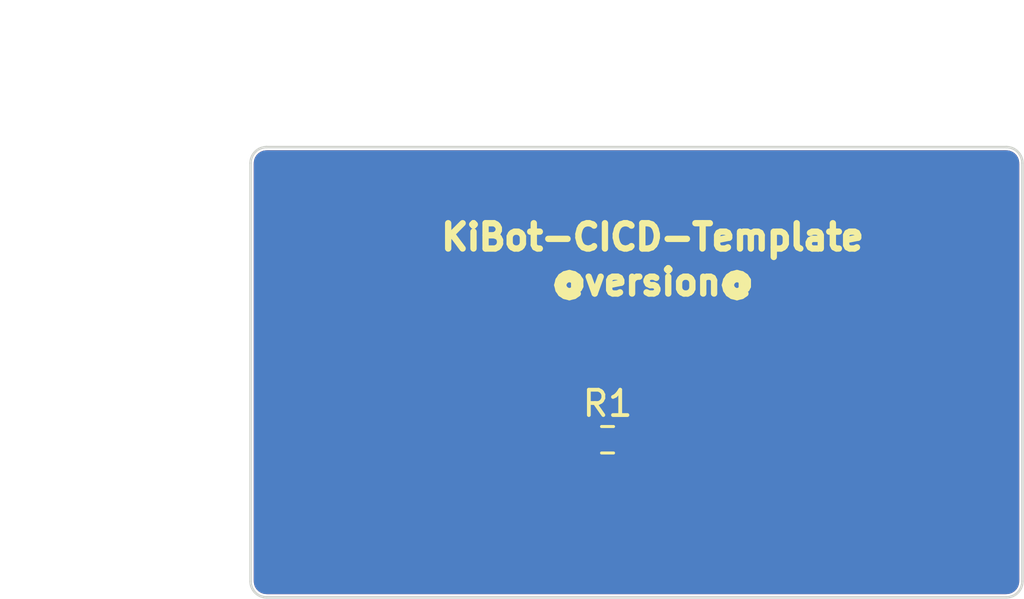
<source format=kicad_pcb>
(kicad_pcb (version 20211014) (generator pcbnew)
  (title_block (title "KiBot-CICD-Template") (date "@date@") (rev "@version@") (company "nerdyscout") (comment 4 "CERN Open Hardware Licence v2.0"))
  (layers (0 "F.Cu" mixed) (1 "In1.Cu" signal) (2 "In2.Cu" signal) (31 "B.Cu" mixed) (34 "B.Paste" user) (35 "F.Paste" user) (36 "B.SilkS" user "B.Silkscreen") (37 "F.SilkS" user "F.Silkscreen") (38 "B.Mask" user) (39 "F.Mask" user) (44 "Edge.Cuts" user))
  (net 0 "")
  (net 1 "Net-(R1-Pad1)")
  (footprint "Resistor_SMD:R_0603_1608Metric" (layer "F.Cu") (at 121.412 98.552)
    (fp_text reference "R1" (at 0 -1.43) (layer "F.SilkS"))
    (fp_text value "R")
    (fp_line (start -0.237258 0.5225) (end 0.237258 0.5225) (layer "F.SilkS") (width 0.12))
    (fp_line (start -0.237258 -0.5225) (end 0.237258 -0.5225) (layer "F.SilkS") (width 0.12))
    (pad "1" smd roundrect (at -0.825 0) (size 0.8 0.95) (layers "F.Cu" "F.Paste" "F.Mask") (net 1 "Net-(R1-Pad1)"))
    (pad "2" smd roundrect (at 0.825 0) (size 0.8 0.95) (layers "F.Cu" "F.Paste" "F.Mask") (net 1 "Net-(R1-Pad1)"))
  )
  (gr_arc (start 137.794999 104.139999) (mid 137.609012 104.589012) (end 137.159999 104.774999) (layer "Edge.Cuts") (width 0.1))
  (gr_arc (start 137.159999 86.994999) (mid 137.609012 87.180986) (end 137.794999 87.629999) (layer "Edge.Cuts") (width 0.1))
  (gr_arc (start 107.314999 87.629999) (mid 107.500986 87.180986) (end 107.949999 86.994999) (layer "Edge.Cuts") (width 0.1))
  (gr_line (start 137.794999 104.139999) (end 137.794999 87.629999) (layer "Edge.Cuts") (width 0.1))
  (gr_line (start 107.314999 87.629999) (end 107.314999 104.139999) (layer "Edge.Cuts") (width 0.1))
  (gr_arc (start 107.949999 104.774999) (mid 107.500986 104.589012) (end 107.314999 104.139999) (layer "Edge.Cuts") (width 0.1))
  (gr_line (start 137.159999 104.774999) (end 107.949999 104.774999) (layer "Edge.Cuts") (width 0.1))
  (gr_line (start 107.949999 86.994999) (end 137.159999 86.994999) (layer "Edge.Cuts") (width 0.1))
  (gr_text "@version@" (at 123.189999 92.328999) (layer "F.SilkS") (effects (font (size 1 1) (thickness 0.25))))
  (gr_text "KiBot-CICD-Template" (at 123.189999 90.550999) (layer "F.SilkS") (effects (font (size 1 1) (thickness 0.25))))
  (segment (start 120.587 98.552) (end 122.237 98.552) (width 0.25) (layer "F.Cu") (net 1))
  (zone (net 0) (net_name "") (layer "F.Cu") (connect_pads (clearance 0.125)) (min_thickness 0.125) (fill yes (thermal_gap 0.2) (thermal_bridge_width 0.3))
    (polygon (pts (xy 107.314999 86.994999) (xy 107.314999 104.774999) (xy 137.794999 104.774999) (xy 137.794999 86.994999)))
  )
  (zone (net 0) (net_name "") (layer "B.Cu") (connect_pads (clearance 0.125)) (min_thickness 0.125) (fill yes (thermal_gap 0.2) (thermal_bridge_width 0.3))
    (polygon (pts (xy 107.314999 86.994999) (xy 107.314999 104.774999) (xy 137.794999 104.774999) (xy 137.794999 86.994999)))
  )
)
</source>
